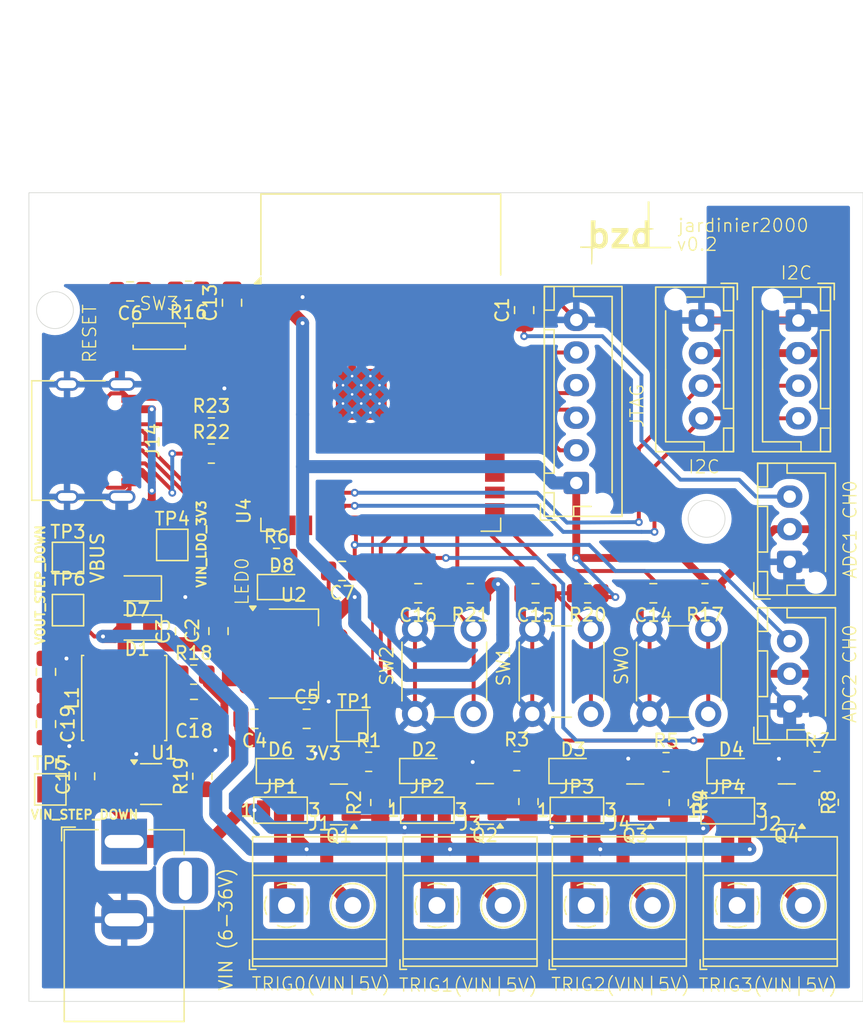
<source format=kicad_pcb>
(kicad_pcb (version 20240108) (generator "pcbnew") (generator_version "8.0")
  (layers (0 "F.Cu" signal) (31 "B.Cu" signal) (34 "B.Paste" user) (35 "F.Paste" user) (36 "B.SilkS" user "B.Silkscreen") (37 "F.SilkS" user "F.Silkscreen") (38 "B.Mask" user) (39 "F.Mask" user) (44 "Edge.Cuts" user))
  (net 0 "")
  (net 1 "GND")
  (net 2 "Net-(D1-K)")
  (net 3 "3V3")
  (net 4 "Net-(U1-CB)")
  (net 5 "/MOSFET 3A1/V-")
  (net 6 "/MOSFET 3A2/V-")
  (net 7 "/MOSFET 3A3/V-")
  (net 8 "/MOSFET 3A/V-")
  (net 9 "/SDA")
  (net 10 "/SCL")
  (net 11 "Net-(Q1-G)")
  (net 12 "Net-(Q2-G)")
  (net 13 "Net-(Q3-G)")
  (net 14 "Net-(Q4-G)")
  (net 15 "VIN")
  (net 16 "Net-(U1-SW)")
  (net 17 "Net-(D8-A)")
  (net 18 "VBUS_5V")
  (net 19 "/USB_P")
  (net 20 "/USB_N")
  (net 24 "Net-(U1-FB)")
  (net 25 "/RESET")
  (net 29 "/SW0")
  (net 30 "/SW1")
  (net 33 "/SW2")
  (net 37 "/MOSFET 3A1/V+")
  (net 40 "Net-(J14-CC2)")
  (net 41 "Net-(J14-CC1)")
  (net 44 "/MOSFET 3A2/V+")
  (net 45 "/MOSFET 3A3/V+")
  (net 46 "/MOSFET 3A/V+")
  (net 47 "/LED0")
  (net 48 "/ADC1_CH0")
  (net 49 "/ADC2_CH0")
  (net 50 "VCC_5V")
  (net 51 "/TCK")
  (net 52 "/TMS")
  (net 53 "/TDO")
  (net 54 "/TDI")
  (net 55 "/TRIG0")
  (net 56 "/TRIG1")
  (net 57 "/TRIG2")
  (net 58 "/TRIG3")
  (footprint "Diode_SMD:D_0805_2012Metric_Pad1.15x1.40mm_HandSolder" (layer "F.Cu") (at 116.310754 96.335754)
    (property "Reference" "D6")
    (property "Value" "D_Schottky")
  )
  (footprint "Resistor_SMD:R_0805_2012Metric_Pad1.20x1.40mm_HandSolder" (layer "F.Cu") (at 123.071357 95.629916)
    (property "Reference" "R1")
    (property "Value" "10K")
  )
  (footprint "Capacitor_SMD:C_0805_2012Metric_Pad1.18x1.45mm_HandSolder" (layer "F.Cu") (at 118.310754 92.335754)
    (property "Reference" "C5")
    (property "Value" "0.1u")
  )
  (footprint "TerminalBlock_Phoenix:TerminalBlock_Phoenix_MKDS-1,5-2-5.08_1x02_P5.08mm_Horizontal" (layer "F.Cu") (at 128.310754 106.640754)
    (property "Reference" "J3")
    (property "Value" "~")
  )
  (footprint "Resistor_SMD:R_0805_2012Metric_Pad1.20x1.40mm_HandSolder" (layer "F.Cu") (at 139.873865 82.705838 180)
    (property "Reference" "R20")
    (property "Value" "10K")
  )
  (footprint "Jumper:SolderJumper-3_P1.3mm_Open_Pad1.0x1.5mm_NumberLabels" (layer "F.Cu") (at 127.574698 99.33682)
    (property "Reference" "JP2")
    (property "Value" "SolderJumper_3_Open")
  )
  (footprint "Package_TO_SOT_SMD:SOT-23" (layer "F.Cu") (at 155.154881 98.883413 180)
    (property "Reference" "Q4")
    (property "Value" "AO3400A")
  )
  (footprint "TerminalBlock_Phoenix:TerminalBlock_Phoenix_MKDS-1,5-2-5.08_1x02_P5.08mm_Horizontal" (layer "F.Cu") (at 151.346217 106.640753)
    (property "Reference" "J2")
    (property "Value" "~")
  )
  (footprint "Button_Switch_THT:SW_PUSH_6mm" (layer "F.Cu") (at 135.623865 91.955838 90)
    (property "Reference" "SW5" (hide yes))
    (property "Value" "SW_Push" (hide yes))
  )
  (footprint "Button_Switch_THT:SW_PUSH_6mm" (layer "F.Cu") (at 126.623865 91.955838 90)
    (property "Reference" "SW6" (hide yes))
    (property "Value" "SW_Push" (hide yes))
  )
  (footprint "Connector_JST:JST_XH_B4B-XH-AM_1x04_P2.50mm_Vertical" (layer "F.Cu") (at 156.044465 61.796012 -90)
    (property "Reference" "J11" (hide yes))
    (property "Value" "I2C" (hide yes))
  )
  (footprint "Resistor_SMD:R_0805_2012Metric_Pad1.20x1.40mm_HandSolder" (layer "F.Cu") (at 157.475388 95.615704)
    (property "Reference" "R7")
    (property "Value" "10K")
  )
  (footprint "Capacitor_SMD:C_0805_2012Metric_Pad1.18x1.45mm_HandSolder" (layer "F.Cu") (at 109.66655 91.57914 180)
    (property "Reference" "C18")
    (property "Value" "0.1u")
  )
  (footprint "Capacitor_SMD:C_0805_2012Metric_Pad1.18x1.45mm_HandSolder" (layer "F.Cu") (at 108.983752 85.626745 90)
    (property "Reference" "C3")
    (property "Value" "10u")
  )
  (footprint "Diode_SMD:D_0805_2012Metric_Pad1.15x1.40mm_HandSolder" (layer "F.Cu") (at 127.310754 96.335754)
    (property "Reference" "D2")
    (property "Value" "D_Schottky")
  )
  (footprint "Resistor_SMD:R_0805_2012Metric_Pad1.20x1.40mm_HandSolder" (layer "F.Cu") (at 158.3699 98.73737 -90)
    (property "Reference" "R8")
    (property "Value" "100")
  )
  (footprint "Capacitor_SMD:C_0805_2012Metric_Pad1.18x1.45mm_HandSolder" (layer "F.Cu") (at 111.54709 85.608565 90)
    (property "Reference" "C2")
    (property "Value" "0.1u")
  )
  (footprint "Capacitor_SMD:C_0805_2012Metric_Pad1.18x1.45mm_HandSolder" (layer "F.Cu") (at 144.911365 82.705838 180)
    (property "Reference" "C14")
    (property "Value" "0.1u")
  )
  (footprint "Diode_SMD:D_0805_2012Metric_Pad1.15x1.40mm_HandSolder" (layer "F.Cu") (at 105.310754 85.335754 180)
    (property "Reference" "D1")
    (property "Value" "D_Schottky")
  )
  (footprint "bzd:push_button_6x3" (layer "F.Cu") (at 107 63)
    (property "Reference" "SW3")
    (property "Value" "RESET")
  )
  (footprint "TerminalBlock_Phoenix:TerminalBlock_Phoenix_MKDS-1,5-2-5.08_1x02_P5.08mm_Horizontal" (layer "F.Cu") (at 139.765754 106.640754)
    (property "Reference" "J4")
    (property "Value" "~")
  )
  (footprint "Resistor_SMD:R_0805_2012Metric_Pad1.20x1.40mm_HandSolder" (layer "F.Cu") (at 148.873865 82.705838 180)
    (property "Reference" "R17")
    (property "Value" "10K")
  )
  (footprint "Package_TO_SOT_SMD:SOT-23-6" (layer "F.Cu") (at 106.374739 97.334951)
    (property "Reference" "U1")
    (property "Value" "LMR51430YDDCR")
  )
  (footprint "Resistor_SMD:R_0805_2012Metric_Pad1.20x1.40mm_HandSolder" (layer "F.Cu") (at 123.965869 98.751582 -90)
    (property "Reference" "R2")
    (property "Value" "100")
  )
  (footprint "Resistor_SMD:R_0805_2012Metric_Pad1.20x1.40mm_HandSolder" (layer "F.Cu") (at 130.873865 82.705838 180)
    (property "Reference" "R21")
    (property "Value" "10K")
  )
  (footprint "Jumper:SolderJumper-3_P1.3mm_Open_Pad1.0x1.5mm_NumberLabels" (layer "F.Cu") (at 116.310754 99.335754)
    (property "Reference" "JP1")
    (property "Value" "SolderJumper_3_Open")
  )
  (footprint "Capacitor_SMD:C_0805_2012Metric_Pad1.18x1.45mm_HandSolder" (layer "F.Cu") (at 135 61 90)
    (property "Reference" "C1")
    (property "Value" "0.1u")
  )
  (footprint "Resistor_SMD:R_0805_2012Metric_Pad1.20x1.40mm_HandSolder" (layer "F.Cu") (at 111 70)
    (property "Reference" "R23")
    (property "Value" "5.1K")
  )
  (footprint "RF_Module:ESP32-S3-WROOM-1" (layer "F.Cu") (at 124 65)
    (property "Reference" "U4")
    (property "Value" "ESP32-S3-WROOM-1")
  )
  (footprint "Capacitor_SMD:C_0805_2012Metric_Pad1.18x1.45mm_HandSolder" (layer "F.Cu") (at 114.310754 92.335754 180)
    (property "Reference" "C4")
    (property "Value" "10u")
  )
  (footprint "Capacitor_SMD:C_0805_2012Metric_Pad1.18x1.45mm_HandSolder" (layer "F.Cu") (at 98.310754 88.735754 90)
    (property "Reference" "C20" (hide yes))
    (property "Value" "10u")
  )
  (footprint "TestPoint:TestPoint_Pad_2.0x2.0mm" (layer "F.Cu") (at 98.643049 97.743049)
    (property "Reference" "TP5")
    (property "Value" "VIN_STEP_DOWN")
  )
  (footprint "Diode_SMD:D_0805_2012Metric_Pad1.15x1.40mm_HandSolder" (layer "F.Cu") (at 138.765754 96.335754)
    (property "Reference" "D3")
    (property "Value" "D_Schottky")
  )
  (footprint "Connector_USB:USB_C_Receptacle_G-Switch_GT-USB-7010ASV" (layer "F.Cu") (at 101 71 -90)
    (property "Reference" "J14")
    (property "Value" "USB_C_Receptacle_USB2.0_16P")
  )
  (footprint "Connector_JST:JST_XH_B6B-XH-AM_1x06_P2.50mm_Vertical" (layer "F.Cu") (at 139 74.25 90)
    (property "Reference" "J9" (hide yes))
    (property "Value" "JTAG" (hide yes))
  )
  (footprint "LED_SMD:LED_0805_2012Metric_Pad1.15x1.40mm_HandSolder" (layer "F.Cu") (at 116.39605 82.232056)
    (property "Reference" "D8")
    (property "Value" "LED")
  )
  (footprint "Package_TO_SOT_SMD:SOT-223-3_TabPin2" (layer "F.Cu") (at 117.310754 87.335754)
    (property "Reference" "U2")
    (property "Value" "NCP1117-3.3_SOT223")
  )
  (footprint "Capacitor_SMD:C_0805_2012Metric_Pad1.18x1.45mm_HandSolder" (layer "F.Cu") (at 101.310754 96.735754 90)
    (property "Reference" "C17")
    (property "Value" "2.2u")
  )
  (footprint "Resistor_SMD:R_0805_2012Metric_Pad1.20x1.40mm_HandSolder" (layer "F.Cu") (at 111 72)
    (property "Reference" "R22")
    (property "Value" "5.1K")
  )
  (footprint "Diode_SMD:D_0805_2012Metric_Pad1.15x1.40mm_HandSolder" (layer "F.Cu") (at 105.310754 82.335754 180)
    (property "Reference" "D7")
    (property "Value" "D_Schottky")
  )
  (footprint "Resistor_SMD:R_0805_2012Metric_Pad1.20x1.40mm_HandSolder" (layer "F.Cu") (at 134.436858 95.575544)
    (property "Reference" "R3")
    (property "Value" "10K")
  )
  (footprint "Resistor_SMD:R_0805_2012Metric_Pad1.20x1.40mm_HandSolder" (layer "F.Cu") (at 135.33064 98.677494 -90)
    (property "Reference" "R4")
    (property "Value" "100")
  )
  (footprint "Jumper:SolderJumper-3_P1.3mm_Open_Pad1.0x1.5mm_NumberLabels" (layer "F.Cu") (at 139.050537 99.351145)
    (property "Reference" "JP3")
    (property "Value" "SolderJumper_3_Open")
  )
  (footprint "Jumper:SolderJumper-3_P1.3mm_Open_Pad1.0x1.5mm_NumberLabels" (layer "F.Cu") (at 150.621431 99.386474)
    (property "Reference" "JP4")
    (property "Value" "SolderJumper_3_Open")
  )
  (footprint "Connector_JST:JST_XH_B3B-XH-AM_1x03_P2.50mm_Vertical" (layer "F.Cu") (at 155.37495 80.295607 90)
    (property "Reference" "J5" (hide yes))
    (property "Value" "ADC1_CH0" (hide yes))
  )
  (footprint "Package_TO_SOT_SMD:SOT-23" (layer "F.Cu") (at 143.524897 98.888862 180)
    (property "Reference" "Q3")
    (property "Value" "AO3400A")
  )
  (footprint "Resistor_SMD:R_0805_2012Metric_Pad1.20x1.40mm_HandSolder" (layer "F.Cu") (at 116 80)
    (property "Reference" "R6")
    (property "Value" "1k")
  )
  (footprint "Capacitor_SMD:C_0805_2012Metric_Pad1.18x1.45mm_HandSolder" (layer "F.Cu") (at 104.769452 59.565374 180)
    (property "Reference" "C6")
    (property "Value" "0.1u")
  )
  (footprint "TestPoint:TestPoint_Pad_2.0x2.0mm" (layer "F.Cu") (at 100 84)
    (property "Reference" "TP6")
    (property "Value" "VOUT_STEP_DOWN")
  )
  (footprint "Package_TO_SOT_SMD:SOT-23" (layer "F.Cu") (at 131.9921 98.861508 180)
    (property "Reference" "Q2")
    (property "Value" "AO3400A")
  )
  (footprint "Connector_JST:JST_XH_B3B-XH-AM_1x03_P2.50mm_Vertical" (layer "F.Cu") (at 155.37495 91.378652 90)
    (property "Reference" "J6" (hide yes))
    (property "Value" "ADC2_CH0" (hide yes))
  )
  (footprint "Resistor_SMD:R_0805_2012Metric_Pad1.20x1.40mm_HandSolder" (layer "F.Cu") (at 109.644418 88.945504)
    (property "Reference" "R18")
    (property "Value" "100k")
  )
  (footprint "Capacitor_SMD:C_0805_2012Metric_Pad1.18x1.45mm_HandSolder" (layer "F.Cu") (at 112.586171 60.434538 90)
    (property "Reference" "C13")
    (property "Value" "0.1u")
  )
  (footprint "Button_Switch_THT:SW_PUSH_6mm" (layer "F.Cu") (at 144.623865 91.955838 90)
    (property "Reference" "SW4" (hide yes))
    (property "Value" "SW_Push" (hide yes))
  )
  (footprint "Resistor_SMD:R_0805_2012Metric_Pad1.20x1.40mm_HandSolder" (layer "F.Cu") (at 146.863436 98.757424 -90)
    (property "Reference" "R9")
    (property "Value" "100")
  )
  (footprint "Resistor_SMD:R_0805_2012Metric_Pad1.20x1.40mm_HandSolder" (layer "F.Cu") (at 109.246022 59.513016 180)
    (property "Reference" "R16")
    (property "Value" "10K")
  )
  (footprint "TestPoint:TestPoint_Pad_2.0x2.0mm" (layer "F.Cu") (at 121.806236 92.865086)
    (property "Reference" "TP1")
    (property "Value" "3V3")
  )
  (footprint "Capacitor_SMD:C_0805_2012Metric_Pad1.18x1.45mm_HandSolder" (layer "F.Cu") (at 98.310754 92.735754 -90)
    (property "Reference" "C19")
    (property "Value" "10u")
  )
  (footprint "Inductor_SMD:L_Cenker_CKCS6028" (layer "F.Cu") (at 104.310754 90.735754 90)
    (property "Reference" "L1")
    (property "Value" "3.3uH & 3A")
  )
  (footprint "TestPoint:TestPoint_Pad_2.0x2.0mm" (layer "F.Cu") (at 100 80)
    (property "Reference" "TP3")
    (property "Value" "VBUS")
  )
  (footprint "Connector_JST:JST_XH_B4B-XH-AM_1x04_P2.50mm_Vertical" (layer "F.Cu") (at 148.607516 61.796012 -90)
    (property "Reference" "J7" (hide yes))
    (property "Value" "I2C" (hide yes))
  )
  (footprint "Capacitor_SMD:C_0805_2012Metric_Pad1.18x1.45mm_HandSolder" (layer "F.Cu") (at 121.0375 81 180)
    (property "Reference" "C7")
    (property "Value" "0.1u")
  )
  (footprint "Capacitor_SMD:C_0805_2012Metric_Pad1.18x1.45mm_HandSolder" (layer "F.Cu") (at 126.873865 82.705838 180)
    (property "Reference" "C16")
    (property "Value" "0.1u")
  )
  (footprint "Package_TO_SOT_SMD:SOT-23" (layer "F.Cu") (at 120.789437 98.897625 180)
    (property "Reference" "Q1")
    (property "Value" "AO3400A")
  )
  (footprint "TestPoint:TestPoint_Pad_2.0x2.0mm" (layer "F.Cu") (at 108 79)
    (property "Reference" "TP4")
    (property "Value" "VIN_LDO_3V3")
  )
  (footprint "Capacitor_SMD:C_0805_2012Metric_Pad1.18x1.45mm_HandSolder" (layer "F.Cu") (at 135.873865 82.705838 180)
    (property "Reference" "C15")
    (property "Value" "0.1u")
  )
  (footprint "Resistor_SMD:R_0805_2012Metric_Pad1.20x1.40mm_HandSolder" (layer "F.Cu") (at 110.310754 96.735754 90)
    (property "Reference" "R19")
    (property "Value" "13.7k")
  )
  (footprint "Resistor_SMD:R_0805_2012Metric_Pad1.20x1.40mm_HandSolder" (layer "F.Cu") (at 145.890791 95.655474)
    (property "Reference" "R5")
    (property "Value" "10K")
  )
  (footprint "Connector_BarrelJack:BarrelJack_Horizontal" (layer "F.Cu") (at 104.310754 101.735754 90)
    (property "Reference" "J12" (hide yes))
    (property "Value" "Barrel_Jack_Switch" (hide yes))
  )
  (footprint "LOGO" (layer "F.Cu") (at 142.379639 55.45056)
    (property "Reference" "G***" (hide yes))
    (property "Value" "LOGO" (hide yes))
  )
  (footprint "TerminalBlock_Phoenix:TerminalBlock_Phoenix_MKDS-1,5-2-5.08_1x02_P5.08mm_Horizontal" (layer "F.Cu") (at 116.765754 106.640754)
    (property "Reference" "J1")
    (property "Value" "~")
  )
  (footprint "Diode_SMD:D_0805_2012Metric_Pad1.15x1.40mm_HandSolder" (layer "F.Cu") (at 150.891217 96.335753)
    (property "Reference" "D4")
    (property "Value" "D_Schottky")
  )
  (gr_rect (start 97 52) (end 161 114) (stroke (width 0.05)) (fill none) (layer "Edge.Cuts"))
  (gr_circle (center 149 77) (end 148 76) (stroke (width 0.05)) (fill none) (layer "Edge.Cuts"))
  (gr_circle (center 99 61) (end 98 60) (stroke (width 0.05)) (fill none) (layer "Edge.Cuts"))
  (gr_text "v0.2" (at 146.630546 56.542449 0) (layer "F.SilkS") (effects (font (size 1 1) (thickness 0.1)) (justify left bottom)))
  (gr_text "VIN (6-36V)" (at 112.700032 113.263232 90) (layer "F.SilkS") (effects (font (size 1 1) (thickness 0.125)) (justify left bottom)))
  (gr_text "TRIG1(VIN|5V)" (at 125.310754 113.335754 0) (layer "F.SilkS") (effects (font (size 1 1) (thickness 0.1)) (justify left bottom)))
  (gr_text "TRIG2(VIN|5V)" (at 137.001029 113.287875 0) (layer "F.SilkS") (effects (font (size 1 1) (thickness 0.1)) (justify left bottom)))
  (gr_text "SW2" (at 125.04309 89.876011 90) (layer "F.SilkS") (effects (font (size 1 1) (thickness 0.125)) (justify left bottom)))
  (gr_text "SW1" (at 134 89.921248 90) (layer "F.SilkS") (effects (font (size 1 1) (thickness 0.125)) (justify left bottom)))
  (gr_text "RESET" (at 102.245544 65.118925 90) (layer "F.SilkS") (effects (font (size 1 1) (thickness 0.1)) (justify left bottom)))
  (gr_text "JTAG" (at 144.241588 70.091889 90) (layer "F.SilkS") (effects (font (size 1 1) (thickness 0.1)) (justify left bottom)))
  (gr_text "TRIG3(VIN|5V)" (at 148.310754 113.335754 0) (layer "F.SilkS") (effects (font (size 1 1) (thickness 0.1)) (justify left bottom)))
  (gr_text "SW0" (at 143.047383 89.830774 90) (layer "F.SilkS") (effects (font (size 1 1) (thickness 0.125)) (justify left bottom)))
  (gr_text "ADC2 CH0" (at 160.570589 92.732112 90) (layer "F.SilkS") (effects (font (size 1 1) (thickness 0.1)) (justify left bottom)))
  (gr_text "LED0" (at 113.940754 83.695754 90) (layer "F.SilkS") (effects (font (size 1 1) (thickness 0.1)) (justify left bottom)))
  (gr_text "I2C" (at 154.604485 58.731321 0) (layer "F.SilkS") (effects (font (size 1 1) (thickness 0.1)) (justify left bottom)))
  (gr_text "jardinier2000" (at 146.727095 55.094218 0) (layer "F.SilkS") (effects (font (size 1 1) (thickness 0.1)) (justify left bottom)))
  (gr_text "I2C" (at 147.524245 73.599826 0) (layer "F.SilkS") (effects (font (size 1 1) (thickness 0.1)) (justify left bottom)))
  (gr_text "TRIG0(VIN|5V)" (at 114.020675 113.242638 0) (layer "F.SilkS") (effects (font (size 1 1) (thickness 0.1)) (justify left bottom)))
  (gr_text "ADC1 CH0" (at 160.591612 81.668851 90) (layer "F.SilkS") (effects (font (size 1 1) (thickness 0.1)) (justify left bottom)))
  (segment (start 143.873865 84.705838) (end 144.623865 85.455838) (width 0.6) (layer "F.Cu") (net 1))
  (segment (start 148.561504 61.75) (end 148.607516 61.796012) (width 0.3) (layer "F.Cu") (net 1))
  (segment (start 110.310754 95.735754) (end 111.310754 94.735754) (width 1) (layer "F.Cu") (net 1))
  (segment (start 104.125 66.68) (end 104.125 67.2) (width 0.3) (layer "F.Cu") (net 1))
  (segment (start 99.385754 93.773254) (end 100.038414 94.425914) (width 1) (layer "F.Cu") (net 1))
  (segment (start 112 70) (end 112 72) (width 0.3) (layer "F.Cu") (net 1))
  (segment (start 113.273254 92.335754) (end 113.273254 93.060754) (width 1) (layer "F.Cu") (net 1))
  (segment (start 134.7775 59.74) (end 135 59.9625) (width 0.3) (layer "F.Cu") (net 1))
  (segment (start 121.8 66.06) (end 121.8 63.8) (width 0.6) (layer "F.Cu") (net 1))
  (segment (start 104.125 75.32) (end 99.925 75.32) (width 0.3) (layer "F.Cu") (net 1))
  (segment (start 104.725 67.8) (end 109.8 67.8) (width 0.3) (layer "F.Cu") (net 1))
  (segment (start 154.764196 95.615704) (end 154.548212 95.39972) (width 1) (layer "F.Cu") (net 1))
  (segment (start 156.475388 95.615704) (end 154.764196 95.615704) (width 1) (layer "F.Cu") (net 1))
  (segment (start 120 81) (end 120 83) (width 0.3) (layer "F.Cu") (net 1))
  (segment (start 142.986611 95.363826) (end 143.008427 95.385642) (width 1) (layer "F.Cu") (net 1))
  (segment (start 100.100008 94.425914) (end 100.100008 94.487508) (width 1) (layer "F.Cu") (net 1))
  (segment (start 122.071357 97.603205) (end 121.726937 97.947625) (width 1) (layer "F.Cu") (net 1))
  (segment (start 103.07 74.615) (end 104.31 74.615) (width 0.3) (layer "F.Cu") (net 1))
  (segment (start 100.038414 94.425914) (end 100.100008 94.425914) (width 1) (layer "F.Cu") (net 1))
  (segment (start 143.873865 82.705838) (end 143.873865 84.705838) (width 0.6) (layer "F.Cu") (net 1))
  (segment (start 132.9296 96.082802) (end 133.436858 95.575544) (width 1) (layer "F.Cu") (net 1))
  (segment (start 103.731952 62.985235) (end 103.755704 63.008987) (width 0.3) (layer "F.Cu") (net 1))
  (segment (start 112.929133 59.74) (end 112.586171 59.397038) (width 0.3) (layer "F.Cu") (net 1))
  (segment (start 105.237239 95.034669) (end 105.240272 95.031636) (width 0.6) (layer "F.Cu") (net 1))
  (segment (start 108.983752 84.589245) (end 111.52891 84.589245) (width 1) (layer "F.Cu") (net 1))
  (segment (start 132.75 59.74) (end 134.7775 59.74) (width 0.3) (layer "F.Cu") (net 1))
  (segment (start 104.125 67.2) (end 104.725 67.8) (width 0.3) (layer "F.Cu") (net 1))
  (segment (start 143.706653 96.083868) (end 143.008427 95.385642) (width 1) (layer "F.Cu") (net 1))
  (segment (start 103.304695 67.385) (end 102.88 67.809695) (width 0.3) (layer "F.Cu") (net 1))
  (segment (start 156.092381 95.998711) (end 156.475388 95.615704) (width 1) (layer "F.Cu") (net 1))
  (segment (start 99.871355 87.698254) (end 99.882178 87.709077) (width 1) (layer "F.Cu") (net 1))
  (segment (start 99.893001 87.698254) (end 99.914817 87.698254) (width 1) (layer "F.Cu") (net 1))
  (segment (start 130.26 59.74) (end 132.75 59.74) (width 0.6) (layer "F.Cu") (net 1))
  (segment (start 144.462397 96.083868) (end 144.890791 95.655474) (width 1) (layer "F.Cu") (net 1))
  (segment (start 134.836365 84.668338) (end 135.623865 85.455838) (width 0.6) (layer "F.Cu") (net 1))
  (segment (start 123.9 66.1) (end 130.26 59.74) (width 0.6) (layer "F.Cu") (net 1))
  (segment (start 142.986611 95.385642) (end 142.986611 95.363826) (width 1) (layer "F.Cu") (net 1))
  (segment (start 135.623865 85.455838) (end 135.623865 91.955838) (width 0.3) (layer "F.Cu") (net 1))
  (segment (start 114.2125 94) (end 118.975 94) (width 1) (layer "F.Cu") (net 1))
  (segment (start 102.88 74.425) (end 103.07 74.615) (width 0.3) (layer "F.Cu") (net 1))
  (segment (start 125.836365 84.668338) (end 126.623865 85.455838) (width 0.6) (layer "F.Cu") (net 1))
  (segment (start 131.12534 95.575544) (end 131.053454 95.64743) (width 1) (layer "F.Cu") (net 1))
  (segment (start 109.8 67.8) (end 112 70) (width 0.3) (layer "F.Cu") (net 1))
  (segment (start 139 61.75) (end 148.561504 61.75) (width 0.3) (layer "F.Cu") (net 1))
  (segment (start 112 70) (end 112 67) (width 0.3) (layer "F.Cu") (net 1))
  (segment (start 115.25 59.74) (end 112.929133 59.74) (width 0.3) (layer "F.Cu") (net 1))
  (segment (start 120 83) (end 117.964246 85.035754) (width 0.3) (layer "F.Cu") (net 1))
  (segment (start 104.31 74.615) (end 104.725 74.2) (width 0.3) (layer "F.Cu") (net 1))
  (segment (start 105.237239 96.384951) (end 105.237239 95.034669) (width 0.6) (layer "F.Cu") (net 1))
  (segment (start 143.008427 95.385642) (end 142.986611 95.385642) (width 1) (layer "F.Cu") (net 1))
  (segment (start 113.696065 84.571065) (end 114.160754 85.035754) (width 1) (layer "F.Cu") (net 1))
  (segment (start 108.983752 83.016248) (end 109 83) (width 1) (layer "F.Cu") (net 1))
  (segment (start 122.071357 95.629916) (end 122.071357 97.603205) (width 1) (layer "F.Cu") (net 1))
  (segment (start 111.54709 84.571065) (end 113.696065 84.571065) (width 1) (layer "F.Cu") (net 1))
  (segment (start 121.8 63.8) (end 118 60) (width 0.6) (layer "F.Cu") (net 1))
  (segment (start 117.964246 85.035754) (end 114.160754 85.035754) (width 0.3) (layer "F.Cu") (net 1))
  (segment (start 137.2125 59.9625) (end 139 61.75) (width 0.3) (layer "F.Cu") (net 1))
  (segment (start 103.755704 63.008987) (end 103.755704 66.310704) (width 0.3) (layer "F.Cu") (net 1))
  (segment (start 98.310754 93.773254) (end 99.385754 93.773254) (width 1) (layer "F.Cu") (net 1))
  (segment (start 113.273254 93.060754) (end 114.2125 94) (width 1) (layer "F.Cu") (net 1))
  (segment (start 104.725 74.2) (end 104.725 74.72) (width 0.3) (layer "F.Cu") (net 1))
  (segment (start 118 60) (end 117.74 59.74) (width 0.6) (layer "F.Cu") (net 1))
  (segment (start 156.044465 61.796012) (end 148.607516 61.796012) (width 0.6) (layer "F.Cu") (net 1))
  (segment (start 120.604916 95.629916) (end 122.071357 95.629916) (width 1) (layer "F.Cu") (net 1))
  (segment (start 156.092381 97.933413) (end 156.092381 95.998711) (width 1) (layer "F.Cu") (net 1))
  (segment (start 103.755704 66.310704) (end 104.125 66.68) (width 0.3) (layer "F.Cu") (net 1))
  (segment (start 133.436858 95.575544) (end 131.12534 95.575544) (width 1) (layer "F.Cu") (net 1))
  (segment (start 118.975 94) (end 119.348254 94.373254) (width 1) (layer "F.Cu") (net 1))
  (segment (start 119.348254 92.335754) (end 119.348254 91.651746) (width 1) (layer "F.Cu") (net 1))
  (segment (start 144.462397 96.083868) (end 143.706653 96.083868) (width 1) (layer "F.Cu") (net 1))
  (segment (start 119.348254 92.335754) (end 119.348254 94.373254) (width 1) (layer "F.Cu") (net 1))
  (segment (start 119.348254 94.373254) (end 120.604916 95.629916) (width 1) (layer "F.Cu") (net 1))
  (segment (start 103.731952 59.565374) (end 103.731952 62.985235) (width 0.3) (layer "F.Cu") (net 1))
  (segment (start 99.914817 87.698254) (end 99.925809 87.687262) (width 1) (layer "F.Cu") (net 1))
  (segment (start 135 59.9625) (end 137.2125 59.9625) (width 0.3) (layer "F.Cu") (net 1))
  (segment (start 100.100008 94.487508) (end 101.310754 95.698254) (width 1) (layer "F.Cu") (net 1))
  (segment (start 104.31 67.385) (end 103.304695 67.385) (width 0.3) (layer "F.Cu") (net 1))
  (segment (start 125.836365 82.705838) (end 125.836365 84.668338) (width 0.6) (layer "F.Cu") (net 1))
  (segment (start 119 94.721508) (end 119.348254 94.373254) (width 1) (layer "F.Cu") (net 1))
  (segment (start 115.37105 82.232056) (end 113.696065 83.907041) (width 0.3) (layer "F.Cu") (net 1))
  (segment (start 108.983752 84.589245) (end 108.983752 83.016248) (width 1) (layer "F.Cu") (net 1))
  (segment (start 119 95) (end 119 94.721508) (width 1) (layer "F.Cu") (net 1))
  (segment (start 102.88 67.809695) (end 102.88 74.425) (width 0.3) (layer "F.Cu") (net 1))
  (segment (start 117.74 59.74) (end 115.25 59.74) (width 0.6) (layer "F.Cu") (net 1))
  (segment (start 134.836365 82.705838) (end 134.836365 84.668338) (width 0.6) (layer "F.Cu") (net 1))
  (segment (start 113.696065 83.907041) (end 113.696065 84.571065) (width 0.3) (layer "F.Cu") (net 1))
  (segment (start 104.725 67.8) (end 104.31 67.385) (width 0.3) (layer "F.Cu") (net 1))
  (segment (start 111.52891 84.589245) (end 111.54709 84.571065) (width 1) (layer "F.Cu") (net 1))
  (segment (start 144.623865 85.455838) (end 144.623865 91.955838) (width 0.3) (layer "F.Cu") (net 1))
  (segment (start 99.925 66.68) (end 104.125 66.68) (width 0.3) (layer "F.Cu") (net 1))
  (segment (start 132.9296 97.911508) (end 132.9296 96.082802) (width 1) (layer "F.Cu") (net 1))
  (segment (start 119.348254 91.651746) (end 120 91) (width 1) (layer "F.Cu") (net 1))
  (segment (start 104.725 74.72) (end 104.125 75.32) (width 0.3) (layer "F.Cu") (net 1))
  (segment (start 144.462397 97.938862) (end 144.462397 96.083868) (width 1) (layer "F.Cu") (net 1))
  (segment (start 126.623865 85.455838) (end 126.623865 91.955838) (width 0.3) (layer "F.Cu") (net 1))
  (segment (start 98.310754 87.698254) (end 99.871355 87.698254) (width 1) (layer "F.Cu") (net 1))
  (segment (start 123.9 66.76) (end 123.9 66.1) (width 0.6) (layer "F.Cu") (net 1))
  (segment (start 99.882178 87.709077) (end 99.893001 87.698254) (width 1) (layer "F.Cu") (net 1))
  (via (at 99.882178 87.709077) (size 0.6) (drill 0.3) (layers "F.Cu" "B.Cu") (net 1))
  (via (at 120 91) (size 0.6) (drill 0.3) (layers "F.Cu" "B.Cu") (net 1))
  (via (at 109 83) (size 0.6) (drill 0.3) (layers "F.Cu" "B.Cu") (net 1))
  (via (at 119 95) (size 0.6) (drill 0.3) (layers "F.Cu" "B.Cu") (net 1))
  (via (at 131.053454 95.64743) (size 0.6) (drill 0.3) (layers "F.Cu" "B.Cu") (net 1))
  (via (at 154.548212 95.39972) (size 0.6) (drill 0.3) (layers "F.Cu" "B.Cu") (net 1))
  (via (at 100.100008 94.425914) (size 0.6) (drill 0.3) (layers "F.Cu" "B.Cu") (net 1))
  (via (at 111.310754 94.735754) (size 0.6) (drill 0.3) (layers "F.Cu" "B.Cu") (net 1))
  (via (at 118 60) (size 0.6) (drill 0.3) (layers "F.Cu" "B.Cu") (net 1))
  (via (at 142.986611 95.385642) (size 0.6) (drill 0.3) (layers "F.Cu" "B.Cu") (net 1))
  (via (at 105.240272 95.031636) (size 0.6) (drill 0.3) (layers "F.Cu" "B.Cu") (net 1))
  (via (at 112 67) (size 0.6) (drill 0.3) (layers "F.Cu" "B.Cu") (net 1))
  (segment (start 126.623865 91.955838) (end 125.668027 91) (width 1) (layer "B.Cu") (net 1))
  (segment (start 125.668027 91) (end 125 91) (width 1) (layer "B.Cu") (net 1))
  (segment (start 112 83) (end 109 83) (width 1) (layer "B.Cu") (net 1))
  (segment (start 132.225371 96.906609) (end 131.053454 95.734692) (width 1) (layer "B.Cu") (net 1))
  (segment (start 118 60) (end 115 60) (width 0.6) (layer "B.Cu") (net 1))
  (segment (start 159 63) (end 157.796012 61.796012) (width 1) (layer "B.Cu") (net 1))
  (segment (start 100 87.591255) (end 100 85) (width 1) (layer "B.Cu") (net 1))
  (segment (start 132.225371 96.906609) (end 130.318762 95) (width 1) (layer "B.Cu") (net 1))
  (segment (start 146.579703 90) (end 153.996298 90) (width 0.3) (layer "B.Cu") (net 1))
  (segment (start 158 90) (end 158 85) (width 1) (layer "B.Cu") (net 1))
  (segment (start 115 60) (end 112 63) (width 0.6) (layer "B.Cu") (net 1))
  (segment (start 125 91) (end 121 91) (width 1) (layer "B.Cu") (net 1))
  (segment (start 100.100008 103.525008) (end 104.310754 107.735754) (width 1) (layer "B.Cu") (net 1))
  (segment (start 156.704393 80.295607) (end 159 78) (width 1) (layer "B.Cu") (net 1))
  (segment (start 131.932273 95.64743) (end 131.053454 95.64743) (width 1) (layer "B.Cu") (net 1))
  (segment (start 106 83) (end 104 81) (width 1) (layer "B.Cu") (net 1))
  (segment (start 104.125 80.875) (end 104.125 75.32) (width 1) (layer "B.Cu") (net 1))
  (segment (start 155.37495 91.378652) (end 156.621348 91.378652) (width 1) (layer "B.Cu") (net 1))
  (segment (start 157.796012 61.796012) (end 156.044465 61.796012) (width 1) (layer "B.Cu") (net 1))
  (segment (start 100.310754 94.735754) (end 104.94439 94.735754) (width 1) (layer "B.Cu") (net 1))
  (segment (start 144.623865 91.955838) (end 146.579703 90) (width 0.3) (layer "B.Cu") (net 1))
  (segment (start 153.996298 90) (end 155.37495 91.378652) (width 0.3) (layer "B.Cu") (net 1))
  (segment (start 105.240272 95.031636) (end 111.014872 95.031636) (width 0.6) (layer "B.Cu") (net 1))
  (segment (start 99.882178 87.709077) (end 100 87.591255) (width 1) (layer "B.Cu") (net 1))
  (segment (start 111.014872 95.031636) (end 111.310754 94.735754) (width 0.6) (layer "B.Cu") (net 1))
  (segment (start 154.548212 95.443352) (end 154.548212 95.39972) (width 1) (layer "B.Cu") (net 1))
  (segment (start 155.37495 94.616614) (end 155.37495 91.378652) (width 1) (layer "B.Cu") (net 1))
  (segment (start 142.986611 95.385642) (end 141.465644 96.906609) (width 1) (layer "B.Cu") (net 1))
  (segment (start 100.100008 94.525008) (end 100.310754 94.735754) (width 1) (layer "B.Cu") (net 1))
  (segment (start 100.100008 94.425914) (end 100.100008 87.926907) (width 1) (layer "B.Cu") (net 1))
  (segment (start 155.37495 80.295607) (end 156.704393 80.295607) (width 1) (layer "B.Cu") (net 1))
  (segment (start 131.053454 95.64743) (end 130.966192 95.64743) (width 1) (layer "B.Cu") (net 1))
  (segment (start 156.621348 91.378652) (end 158 90) (width 1) (layer "B.Cu") (net 1))
  (segment (start 155.37495 82.37495) (end 155.37495 80.295607) (width 1) (layer "B.Cu") (net 1))
  (segment (start 154.330056 95.661508) (end 154.548212 95.443352) (width 1) (layer "B.Cu") (net 1))
  (segment (start 141.559035 97) (end 153 97) (width 1) (layer "B.Cu") (net 1))
  (segment (start 141.465644 96.906609) (end 141.559035 97) (width 1) (layer "B.Cu") (net 1))
  (segment (start 104.94439 94.735754) (end 105.240272 95.031636) (width 1) (layer "B.Cu") (net 1))
  (segment (start 100.100008 94.425914) (end 100.100008 103.525008) (width 1) (layer "B.Cu") (net 1))
  (segment (start 135.623865 91.955838) (end 131.932273 95.64743) (width 1) (layer "B.Cu") (net 1))
  (segment (start 159 78) (end 159 63) (width 1) (layer "B.Cu") (net 1))
  (segment (start 154.548212 95.39972) (end 154.591844 95.39972) (width 1) (layer "B.Cu") (net 1))
  (segment (start 130.966192 95.64743) (end 131.031639 95.712877) (width 1) (layer "B.Cu") (net 1))
  (segment (start 154.330056 95.669944) (end 154.330056 95.661508) (width 1) (layer "B.Cu") (net 1))
  (segment (start 100.100008 87.926907) (end 99.882178 87.709077) (width 1) (layer "B.Cu") (net 1))
  (segment (start 109 83) (end 106 83) (width 1) (layer "B.Cu") (net 1))
  (segment (start 102 83) (end 109 83) (width 1) (layer "B.Cu") (net 1))
  (segment (start 131.053454 95.734692) (end 131.053454 95.64743) (width 1) (layer "B.Cu") (net 1))
  (segment (start 100 85) (end 102 83) (width 1) (layer "B.Cu") (net 1))
  (segment (start 120 91) (end 112 83) (width 1) (layer "B.Cu") (net 1))
  (segment (start 158 85) (end 155.37495 82.37495) (width 1) (layer "B.Cu") (net 1))
  (segment (start 100.100008 94.425914) (end 100.100008 94.525008) (width 1) (layer "B.Cu") (net 1))
  (segment (start 104 81) (end 104.125 80.875) (width 1) (layer "B.Cu") (net 1))
  (segment (start 112 63) (end 112 67) (width 0.6) (layer "B.Cu") (net 1))
  (segment (start 130.318762 95) (end 119 95) (width 1) (layer "B.Cu") (net 1))
  (segment (start 121 91) (end 120 91) (width 1) (layer "B.Cu") (net 1))
  (segment (start 141.465644 96.906609) (end 132.225371 96.906609) (width 1) (layer "B.Cu") (net 1))
  (segment (start 153 97) (end 154.330056 95.669944) (width 1) (layer "B.Cu") (net 1))
  (segment (start 154.591844 95.39972) (end 155.37495 94.616614) (width 1) (layer "B.Cu") (net 1))
  (segment (start 108.983752 86.664245) (end 111.52891 86.664245) (width 1) (layer "F.Cu") (net 2))
  (segment (start 107.664245 86.664245) (end 108.983752 86.664245) (width 1) (layer "F.Cu") (net 2))
  (segment (start 108 80.671508) (end 106.335754 82.335754) (width 0.3) (layer "F.Cu") (net 2))
  (segment (start 112.310754 89.335754) (end 113.860754 89.335754) (width 1) (layer "F.Cu") (net 2))
  (segment (start 106.335754 85.335754) (end 107.664245 86.664245) (width 1) (layer "F.Cu") (net 2))
  (segment (start 112.310754 87.409729) (end 112.310754 89.335754) (width 1) (layer "F.Cu") (net 2))
  (segment (start 106.335754 82.335754) (end 106.335754 85.335754) (width 1) (layer "F.Cu") (net 2))
  (segment (start 108 79) (end 108 80.671508) (width 0.3) (layer "F.Cu") (net 2))
  (segment (start 111.52891 86.664245) (end 111.54709 86.646065) (width 1) (layer "F.Cu") (net 2))
  (segment (start 111.54709 86.646065) (end 112.310754 87.409729) (width 1) (layer "F.Cu") (net 2))
  (segment (start 113.860754 89.335754) (end 114.160754 89.635754) (width 1) (layer "F.Cu") (net 2))
  (segment (start 139 74.25) (end 139 80) (width 0.6) (layer "F.Cu") (net 3))
  (segment (start 149.873865 82.705838) (end 147.168027 80) (width 0.6) (layer "F.Cu") (net 3))
  (segment (start 142 83) (end 141.168027 83) (width 0.3) (layer "F.Cu") (net 3))
  (segment (start 110.627149 59.513016) (end 112.586171 61.472038) (width 0.3) (layer "F.Cu") (net 3))
  (segment (start 159 77) (end 159 65.440647) (width 0.6) (layer "F.Cu") (net 3))
  (segment (start 147.168027 80) (end 139 80) (width 0.6) (layer "F.Cu") (net 3))
  (segment (start 110.246022 59.513016) (end 110.627149 59.513016) (width 0.3) (layer "F.Cu") (net 3))
  (segment (start 117.01 61.01) (end 115.25 61.01) (width 1) (layer "F.Cu") (net 3))
  (segment (start 154.204393 77.795607) (end 149.873865 82.126135) (width 0.6) (layer "F.Cu") (net 3))
  (segment (start 117.310754 87.335754) (end 120.460754 87.335754) (width 1) (layer "F.Cu") (net 3))
  (segment (start 141.168027 83) (end 140.873865 82.705838) (width 0.3) (layer "F.Cu") (net 3))
  (segment (start 117.273254 92.335754) (end 117.273254 87.373254) (width 1) (layer "F.Cu") (net 3))
  (segment (start 120.460754 87.335754) (end 120.460754 84.539246) (width 1) (layer "F.Cu") (net 3))
  (segment (start 114.160754 87.335754) (end 117.310754 87.335754) (width 1) (layer "F.Cu") (net 3))
  (segment (start 120.460754 84.539246) (end 122 83) (width 1) (layer "F.Cu") (net 3))
  (segment (start 121.806236 92.865086) (end 121.806236 88.681236) (width 0.3) (layer "F.Cu") (net 3))
  (segment (start 113.048209 61.01) (end 112.586171 61.472038) (width 0.3) (layer "F.Cu") (net 3))
  (segment (start 159 65.440647) (end 157.855365 64.296012) (width 0.6) (layer "F.Cu") (net 3))
  (segment (start 157.855365 64.296012) (end 156.044465 64.296012) (width 0.6) (layer "F.Cu") (net 3))
  (segment (start 115.25 61.01) (end 113.048209 61.01) (width 0.3) (layer "F.Cu") (net 3))
  (segment (start 155.37495 77.795607) (end 154.204393 77.795607) (width 0.6) (layer "F.Cu") (net 3))
  (segment (start 158 77.795607) (end 158.145781 77.795607) (width 0.6) (layer "F.Cu") (net 3))
  (segment (start 117.273254 87.373254) (end 117.310754 87.335754) (width 1) (layer "F.Cu") (net 3))
  (segment (start 132.579703 82) (end 131.873865 82.705838) (width 1) (layer "F.Cu") (net 3))
  (segment (start 159.085686 86.914314) (end 157.121348 88.878652) (width 0.6) (layer "F.Cu") (net 3))
  (segment (start 148.607516 64.296012) (end 156.044465 64.296012) (width 0.6) (layer "F.Cu") (net 3))
  (segment (start 152.878652 88.878652) (end 155.37495 88.878652) (width 0.6) (layer "F.Cu") (net 3))
  (segment (start 118 62) (end 117.01 61.01) (width 1) (layer "F.Cu") (net 3))
  (segment (start 149.873865 82.705838) (end 151 83.831973) (width 0.6) (layer "F.Cu") (net 3))
  (segment (start 121.806236 88.681236) (end 120.460754 87.335754) (width 0.3) (layer "F.Cu") (net 3))
  (segment (start 157.121348 88.878652) (end 155.37495 88.878652) (width 0.6) (layer "F.Cu") (net 3))
  (segment (start 115.348254 92.335754) (end 117.273254 92.335754) (width 1) (layer "F.Cu") (net 3))
  (segment (start 158.204393 77.795607) (end 159 77) (width 0.6) (layer "F.Cu") (net 3))
  (segment (start 149.873865 82.126135) (end 149.873865 82.705838) (width 0.3) (layer "F.Cu") (net 3))
  (segment (start 159.085686 78.735512) (end 159.085686 86.914314) (width 0.6) (layer "F.Cu") (net 3))
  (segment (start 133 82) (end 132.579703 82) (width 1) (layer "F.Cu") (net 3))
  (segment (start 151 83.831973) (end 151 87) (width 0.6) (layer "F.Cu") (net 3))
  (segment (start 158.145781 77.795607) (end 159.085686 78.735512) (width 0.6) (layer "F.Cu") (net 3))
  (segment (start 158 77.795607) (end 158.204393 77.795607) (width 0.6) (layer "F.Cu") (net 3))
  (segment (start 155.37495 77.795607) (end 158 77.795607) (width 0.6) (layer "F.Cu") (net 3))
  (segment (start 151 87) (end 152.878652 88.878652) (width 0.6) (layer "F.Cu") (net 3))
  (via (at 122 83) (size 0.6) (drill 0.3) (layers "F.Cu" "B.Cu") (net 3))
  (via (at 133 82) (size 0.6) (drill 0.3) (layers "F.Cu" "B.Cu") (net 3))
  (via (at 139 80) (size 0.6) (drill 0.3) (layers "F.Cu" "B.Cu") (net 3))
  (via (at 118 62) (size 0.6) (drill 0.3) (layers "F.Cu" "B.Cu") (net 3))
  (via (at 142 83) (size 0.6) (drill 0.3) (layers "F.Cu" "B.Cu") (net 3))
  (segment (start 125 88) (end 126 89) (width 1) (layer "B.Cu") (net 3))
  (segment (start 131 89) (end 133.36243 86.63757) (width 1) (layer "B.Cu") (net 3))
  (segment (start 126 89) (end 131 89) (width 1) (layer "B.Cu") (net 3))
  (segment (start 118 69) (end 118 62) (width 1) (layer "B.Cu") (net 3))
  (segment (start 122 83) (end 122 85) (width 1) (layer "B.Cu") (net 3))
  (segment (start 118 79) (end 118 73) (width 1) (layer "B.Cu") (net 3))
  (segment (start 133.36243 85.883882) (end 133.36243 82.36243) (width 1) (layer "B.Cu") (net 3))
  (segment (start 133.36243 82.36243) (end 133 82) (width 1) (layer "B.Cu") (net 3))
  (segment (start 122 83) (end 118 79) (width 1) (layer "B.Cu") (net 3))
  (segment (start 133.36243 86.63757) (end 133.36243 85.883882) (width 1) (layer "B.Cu") (net 3))
  (segment (start 139 80) (end 142 83) (width 0.3) (layer "B.Cu") (net 3))
  (segment (start 136 73) (end 118 73) (width 1) (layer "B.Cu") (net 3))
  (segment (start 118 73) (end 118 69) (width 1) (layer "B.Cu") (net 3))
  (segment (start 122 85) (end 125 88) (width 1) (layer "B.Cu") (net 3))
  (segment (start 139 74.25) (end 137.25 74.25) (width 1) (layer "B.Cu") (net 3))
  (segment (start 137.25 74.25) (end 136 73) (width 1) (layer "B.Cu") (net 3))
  (segment (start 110.70405 92.342458) (end 108.310754 94.735754) (width 0.6) (layer "F.Cu") (net 4))
  (segment (start 108.310754 95.586436) (end 107.512239 96.384951) (width 0.6) (layer "F.Cu") (net 4))
  (segment (start 108.310754 94.735754) (end 108.310754 95.586436) (width 0.6) (layer "F.Cu") (net 4))
  (segment (start 110.70405 91.57914) (end 110.70405 92.342458) (width 0.6) (layer "F.Cu") (net 4))
  (segment (start 129.310754 96.335754) (end 131.0546 98.0796) (width 1) (layer "F.Cu") (net 5))
  (segment (start 128.335754 96.335754) (end 129.310754 96.335754) (width 1) (layer "F.Cu") (net 5))
  (segment (start 131.0546 98.861508) (end 131.0546 104.3046) (width 1) (layer "F.Cu") (net 5))
  (segment (start 131.0546 98.0796) (end 131.0546 98.861508) (width 1) (layer "F.Cu") (net 5))
  (segment (start 131.0546 104.3046) (end 133.390754 106.640754) (width 1) (layer "F.Cu") (net 5))
  (segment (start 142.587397 98.888862) (end 142.587397 104.382397) (width 1) (layer "F.Cu") (net 6))
  (segment (start 142.587397 104.382397) (end 144.845754 106.640754) (width 1) (layer "F.Cu") (net 6))
  (segment (start 142.587397 97.612397) (end 142.587397 98.888862) (width 1) (layer "F.Cu") (net 6))
  (segment (start 139.790754 96.335754) (end 141.310754 96.335754) (width 1) (layer "F.Cu") (net 6))
  (segment (start 141.310754 96.335754) (end 142.587397 97.612397) (width 1) (layer "F.Cu") (net 6))
  (segment (start 154.217381 104.431917) (end 156.426217 106.640753) (width 1) (layer "F.Cu") (net 7))
  (segment (start 152.310753 96.335753) (end 154.217381 98.242381) (width 1) (layer "F.Cu") (net 7))
  (segment (start 151.916217 96.335753) (end 152.310753 96.335753) (width 1) (layer "F.Cu") (net 7))
  (segment (start 154.217381 98.883413) (end 154.217381 104.431917) (width 1) (layer "F.Cu") (net 7))
  (segment (start 154.217381 98.242381) (end 154.217381 98.883413) (width 1) (layer "F.Cu") (net 7))
  (segment (start 119.851937 104.646937) (end 121.845754 106.640754) (width 1) (layer "F.Cu") (net 8))
  (segment (start 119.851937 97.876937) (end 119.851937 98.897625) (width 1) (layer "F.Cu") (net 8))
  (segment (start 118.310754 96.335754) (end 119.851937 97.876937) (width 1) (layer "F.Cu") (net 8))
  (segment (start 119.851937 98.897625) (end 119.851937 104.646937) (width 1) (layer "F.Cu") (net 8))
  (segment (start 117.335754 96.335754) (end 118.310754 96.335754) (width 1) (layer "F.Cu") (net 8))
  (segment (start 148.607516 66.796012) (end 156.044465 66.796012) (width 0.3) (layer "F.Cu") (net 9))
  (segment (start 148.607516 66.796012) (end 143.800372 71.603156) (width 0.3) (layer "F.Cu") (net 9))
  (segment (start 119.555 77.5) (end 119.555 76.45) (width 0.3) (layer "F.Cu") (net 9))
  (segment (start 143.800372 71.603156) (end 143.800372 77.254399) (width 0.3) (layer "F.Cu") (net 9))
  (segment (start 119.555 76.45) (end 121.005 75) (width 0.3) (layer "F.Cu") (net 9))
  (segment (start 121.005 75) (end 122 75) (width 0.3) (layer "F.Cu") (net 9))
  (via (at 143.800372 77.254399) (size 0.6) (drill 0.3) (layers "F.Cu" "B.Cu") (net 9))
  (via (at 122 75) (size 0.6) (drill 0.3) (layers "F.Cu" "B.Cu") (net 9))
  (segment (start 143.800372 77.254399) (end 143.780447 77.287995) (width 0.3) (layer "B.Cu") (net 9))
  (segment (start 138.287995 77.287995) (end 143.800372 77.254399) (width 0.3) (layer "B.Cu") (net 9))
  (segment (start 138 77) (end 138.287995 77.287995) (width 0.3) (layer "B.Cu") (net 9))
  (segment (start 122 75) (end 136 75) (width 0.3) (layer "B.Cu") (net 9))
  (segment (start 136 75) (end 138 77) (width 0.3) (layer "B.Cu") (net 9))
  (segment (start 145 78) (end 145 73) (width 0.3) (layer "F.Cu") (net 10))
  (segment (start 145 73) (end 148.607516 69.392484) (width 0.3) (layer "F.Cu") (net 10))
  (segment (start 120.825 76.45) (end 121.275 76) (width 0.3) (layer "F.Cu") (net 10))
  (segment (start 148.607516 69.296012) (end 156.044465 69.296012) (width 0.3) (layer "F.Cu") (net 10))
  (segment (start 120.825 77.5) (end 120.825 76.45) (width 0.3) (layer "F.Cu") (net 10))
  (segment (start 148.607516 69.392484) (end 148.607516 69.296012) (width 0.3) (layer "F.Cu") (net 10))
  (segment (start 121.275 76) (end 122 76) (width 0.3) (layer "F.Cu") (net 10))
  (via (at 145 78) (size 0.6) (drill 0.3) (layers "F.Cu" "B.Cu") (net 10))
  (via (at 122 76) (size 0.6) (drill 0.3) (layers "F.Cu" "B.Cu") (net 10))
  (segment (start 138 78) (end 144 78) (width 0.3) (layer "B.Cu") (net 10))
  (segment (start 144 78) (end 145 78) (width 0.3) (layer "B.Cu") (net 10))
  (segment (start 136 76) (end 138 78) (width 0.3) (layer "B.Cu") (net 10))
  (segment (start 122 76) (end 136 76) (width 0.3) (layer "B.Cu") (net 10))
  (segment (start 121.726937 99.847625) (end 123.869826 99.847625) (width 0.3) (layer "F.Cu") (net 11))
  (segment (start 123.869826 99.847625) (end 123.965869 99.751582) (width 0.3) (layer "F.Cu") (net 11))
  (segment (start 135.196626 99.811508) (end 135.33064 99.677494) (width 0.3) (layer "F.Cu") (net 12))
  (segment (start 132.9296 99.811508) (end 135.196626 99.811508) (width 0.3) (layer "F.Cu") (net 12))
  (segment (start 146.863436 99.757424) (end 144.543835 99.757424) (width 0.3) (layer "F.Cu") (net 13))
  (segment (start 144.543835 99.757424) (end 144.462397 99.838862) (width 0.3) (layer "F.Cu") (net 13))
  (segment (start 158.273857 99.833413) (end 158.3699 99.73737) (width 0.3) (layer "F.Cu") (net 14))
  (segment (start 156.092381 99.833413) (end 158.273857 99.833413) (width 0.3) (layer "F.Cu") (net 14))
  (segment (start 125.836472 100.578153) (end 125.836472 100.660585) (width 1) (layer "F.Cu") (net 15))
  (segment (start 104.310754 99.773254) (end 102.310754 97.773254) (width 1) (layer "F.Cu") (net 15))
  (segment (start 104.310754 99.211436) (end 105.149739 98.372451) (width 1) (layer "F.Cu") (net 15))
  (segment (start 104.310754 101.735754) (end 105.310754 100.735754) (width 1) (layer "F.Cu") (net 15))
  (segment (start 148.74246 100.734356) (end 148.71854 100.74354) (width 1) (layer "F.Cu") (net 15))
  (segment (start 105.926345 98.284951) (end 106.876345 97.334951) (width 0.6) (layer "F.Cu") (net 15))
  (segment (start 113.310754 99.335754) (end 110.910754 101.735754) (width 1) (layer "F.Cu") (net 15))
  (segment (start 101.273254 97.735754) (end 101.310754 97.773254) (width 0.3) (layer "F.Cu") (net 15))
  (segment (start 115.010754 99.335754) (end 113.310754 99.335754) (width 1) (layer "F.Cu") (net 15))
  (segment (start 102.310754 97.773254) (end 101.310754 97.773254) (width 1) (layer "F.Cu") (net 15))
  (segment (start 137.750537 99.959757) (end 137.105038 100.605256) (width 1) (layer "F.Cu") (net 15))
  (segment (start 114.310754 99.335754) (end 115.010754 99.335754) (width 1) (layer "F.Cu") (net 15))
  (segment (start 149.321431 100.140648) (end 148.74246 100.734356) (width 1) (layer "F.Cu") (net 15))
  (segment (start 105.149739 98.372451) (end 105.199739 98.372451) (width 1) (layer "F.Cu") (net 15))
  (segment (start 106.876345 97.334951) (end 107.512239 97.334951) (width 0.6) (layer "F.Cu") (net 15))
  (segment (start 104.310754 101.735754) (end 104.310754 99.773254) (width 1) (layer "F.Cu") (net 15))
  (segment (start 137.105038 100.642142) (end 137.068152 100.642142) (width 1) (layer "F.Cu") (net 15))
  (segment (start 125.836472 100.660585) (end 125.75404 100.660585) (width 1) (layer "F.Cu") (net 15))
  (segment (start 110.910754 101.735754) (end 104.310754 101.735754) (width 1) (layer "F.Cu") (net 15))
  (segment (start 105.237239 98.284951) (end 105.926345 98.284951) (width 0.6) (layer "F.Cu") (net 15))
  (segment (start 98.310754 97.735754) (end 101.273254 97.735754) (width 0.3) (layer "F.Cu") (net 15))
  (segment (start 149.321431 99.386474) (end 149.321431 100.140648) (width 1) (layer "F.Cu") (net 15))
  (segment (start 104.310754 101.735754) (end 104.310754 99.211436) (width 1) (layer "F.Cu") (net 15))
  (segment (start 126.274698 99.33682) (end 126.274698 100.139927) (width 1) (layer "F.Cu") (net 15))
  (segment (start 125.75404 100.660585) (end 125.795251 100.619374) (width 1) (layer "F.Cu") (net 15))
  (segment (start 126.274698 100.139927) (end 125.836472 100.578153) (width 1) (layer "F.Cu") (net 15))
  (segment (start 137.068152 100.642142) (end 137.049709 100.660585) (width 1) (layer "F.Cu") (net 15))
  (segment (start 105.199739 98.372451) (end 105.237239 98.334951) (width 1) (layer "F.Cu") (net 15))
  (segment (start 137.105038 100.605256) (end 137.105038 100.642142) (width 1) (layer "F.Cu") (net 15))
  (via (at 125.836472 100.660585) (size 0.6) (drill 0.3) (layers "F.Cu" "B.Cu") (net 15))
  (via (at 114.310754 99.335754) (size 0.6) (drill 0.3) (layers "F.Cu" "B.Cu") (net 15))
  (via (at 148.74246 100.734356) (size 0.6) (drill 0.3) (layers "F.Cu" "B.Cu") (net 15))
  (via (at 137.105038 100.642142) (size 0.6) (drill 0.3) (layers "F.Cu" "B.Cu") (net 15))
  (segment (start 137.197252 100.734356) (end 148.74246 100.734356) (width 1) (layer "B.Cu") (net 15))
  (segment (start 125.836472 100.660585) (end 137.086595 100.660585) (width 1) (layer "B.Cu") (net 15))
  (segment (start 137.105038 100.642142) (end 137.197252 100.734356) (width 1) (layer "B.Cu") (net 15))
  (segment (start 115.635585 100.660585) (end 125.836472 100.660585) (width 1) (layer "B.Cu") (net 15))
  (segment (start 114.310754 99.335754) (end 115.635585 100.660585) (width 1) (layer "B.Cu") (net 15))
  (segment (start 137.086595 100.660585) (end 137.105038 100.642142) (width 1) (layer "B.Cu") (net 15))
  (segment (start 104.374739 97.334951) (end 105.237239 97.334951) (width 0.6) (layer "F.Cu") (net 16))
  (segment (start 104.310754 92.835754) (end 103.310754 93.835754) (width 0.6) (layer "F.Cu") (net 16))
  (segment (start 108.62905 92.417458) (end 108.210754 92.835754) (width 1) (layer "F.Cu") (net 16))
  (segment (start 103.310754 96.270966) (end 104.374739 97.334951) (width 0.6) (layer "F.Cu") (net 16))
  (segment (start 103.310754 93.835754) (end 103.310754 96.270966) (width 0.6) (layer "F.Cu") (net 16))
  (segment (start 108.62905 91.57914) (end 108.62905 92.417458) (width 1) (layer "F.Cu") (net 16))
  (segment (start 108.210754 92.835754) (end 104.310754 92.835754) (width 1) (layer "F.Cu") (net 16))
  (segment (start 117 81.811006) (end 117.42105 82.232056) (width 0.3) (layer "F.Cu") (net 17))
  (segment (start 117 80) (end 117 81.811006) (width 0.3) (layer "F.Cu") (net 17))
  (segment (start 106.43013 74.833422) (end 106.43013 75.56987) (width 0.6) (layer "F.Cu") (net 18))
  (segment (start 106.43013 74.18513) (end 106.43013 74.833422) (width 0.6) (layer "F.Cu") (net 18))
  (segment (start 104.725 73.4) (end 105.645 73.4) (width 0.6) (layer "F.Cu") (net 18))
  (segment (start 100 80) (end 102 80) (width 0.3) (layer "F.Cu") (net 18))
  (segment (start 105.645 73.4) (end 106.43013 74.18513) (width 0.6) (layer "F.Cu") (net 18))
  (segment (start 104.725 68.6) (end 106.425839 68.6) (width 0.6) (layer "F.Cu") (net 18))
  (segment (start 104.285754 77.714246) (end 104.285754 82.335754) (width 0.6) (layer "F.Cu") (net 18))
  (segment (start 106.425841 68.6) (end 106.45214 68.6) (width 0.6) (layer "F.Cu") (net 18))
  (segment (start 106.45214 68.6) (end 106.452141 68.599999) (width 0.6) (layer "F.Cu") (net 18))
  (segment (start 106.425839 68.6) (end 106.42584 68.599999) (width 0.6) (layer "F.Cu") (net 18))
  (segment (start 102 80) (end 104.285754 77.714246) (width 0.3) (layer "F.Cu") (net 18))
  (segment (start 106.42584 68.599999) (end 106.425841 68.6) (width 0.6) (layer "F.Cu") (net 18))
  (segment (start 106.43013 75.56987) (end 104.285754 77.714246) (width 0.6) (layer "F.Cu") (net 18))
  (via (at 106.42584 68.599999) (size 0.6) (drill 0.3) (layers "F.Cu" "B.Cu") (net 18))
  (via (at 106.43013 74.833422) (size 0.6) (drill 0.3) (layers "F.Cu" "B.Cu") (net 18))
  (segment (start 106.42584 68.599999) (end 106.42584 74.829132) (width 0.6) (layer "B.Cu") (net 18))
  (segment (start 106.42584 74.811598) (end 106.43013 74.815888) (width 0.6) (layer "B.Cu") (net 18))
  (segment (start 106.43013 74.833422) (end 106.447664 74.833422) (width 0.6) (layer "B.Cu") (net 18))
  (segment (start 106.447664 74.833422) (end 106.43013 74.815888) (width 0.6) (layer "B.Cu") (net 18))
  (segment (start 106.42584 74.829132) (end 106.43013 74.833422) (width 0.6) (layer "B.Cu") (net 18))
  (segment (start 106.43013 74.815888) (end 106.43013 74.833422) (width 0.6) (layer "B.Cu") (net 18))
  (segment (start 103.755 70.75) (end 104.725 70.75) (width 0.3) (layer "F.Cu") (net 19))
  (segment (start 110.25 76.25) (end 115.25 76.25) (width 0.3) (layer "F.Cu") (net 19))
  (segment (start 104.725 71.75) (end 103.755 71.75) (width 0.3) (layer "F.Cu") (net 19))
  (segment (start 104.725 71.75) (end 105.695 71.75) (width 0.3) (layer "F.Cu") (net 19))
  (segment (start 105.695 71.75) (end 108.945 75) (width 0.3) (layer "F.Cu") (net 19))
  (segment (start 108.945 75) (end 109 75) (width 0.3) (layer "F.Cu") (net 19))
  (segment (start 103.755 71.75) (end 103.755 70.75) (width 0.3) (layer "F.Cu") (net 19))
  (segment (start 109 75) (end 110.25 76.25) (width 0.3) (layer "F.Cu") (net 19))
  (segment (start 115.25 74.98) (end 109.687106 74.98) (width 0.3) (layer "F.Cu") (net 20))
  (segment (start 109.687106 74.98) (end 105.957106 71.25) (width 0.3) (layer "F.Cu") (net 20))
  (segment (start 105.695 70.25) (end 105.957106 70.512106) (width 0.3) (layer "F.Cu") (net 20))
  (segment (start 105.957106 70.512106) (end 105.957106 71.25) (width 0.3) (layer "F.Cu") (net 20))
  (segment (start 104.725 70.25) (end 105.695 70.25) (width 0.3) (layer "F.Cu") (net 20))
  (segment (start 105.957106 71.25) (end 104.725 71.25) (width 0.3) (layer "F.Cu") (net 20))
  (segment (start 112.8216 96.1784) (end 111.264246 97.735754) (width 0.6) (layer "F.Cu") (net 24))
  (segment (start 110.644418 88.945504) (end 110.644418 89.63942) (width 0.6) (layer "F.Cu") (net 24))
  (segment (start 112 90.995002) (end 112 93.5796) (width 0.6) (layer "F.Cu") (net 24))
  (segment (start 112 93.5796) (end 112.8216 94.4012) (width 0.6) (layer "F.Cu") (net 24))
  (segment (start 110.260754 97.685754) (end 110.310754 97.735754) (width 0.6) (layer "F.Cu") (net 24))
  (segment (start 107.512239 98.284951) (end 109.761557 98.284951) (width 0.6) (layer "F.Cu") (net 24))
  (segment (start 109.761557 98.284951) (end 110.310754 97.735754) (width 0.6) (layer "F.Cu") (net 24))
  (segment (start 112.8216 94.4012) (end 112.8216 96.1784) (width 0.6) (layer "F.Cu") (net 24))
  (segment (start 110.644418 89.63942) (end 112 90.995002) (width 0.6) (layer "F.Cu") (net 24))
  (segment (start 111.264246 97.735754) (end 110.310754 97.735754) (width 0.6) (layer "F.Cu") (net 24))
  (segment (start 108.193664 59.565374) (end 108.246022 59.513016) (width 0.3) (layer "F.Cu") (net 25))
  (segment (start 113.471013 63.008987) (end 110.255704 63.008987) (width 0.3) (layer "F.Cu") (net 25))
  (segment (start 108.246022 59.513016) (end 108.246022 60.999305) (width 0.3) (layer "F.Cu") (net 25))
  (segment (start 114.2 62.28) (end 113.471013 63.008987) (width 0.3) (layer "F.Cu") (net 25))
  (segment (start 105.806952 59.565374) (end 108.193664 59.565374) (width 0.3) (layer "F.Cu") (net 25))
  (segment (start 108.246022 60.999305) (end 110.255704 63.008987) (width 0.3) (layer "F.Cu") (net 25))
  (segment (start 115.25 62.28) (end 114.2 62.28) (width 0.3) (layer "F.Cu") (net 25))
  (segment (start 149.123865 85.455838) (end 149.123865 91.955838) (width 0.3) (layer "F.Cu") (net 29))
  (segment (start 137 81) (end 144.243027 81) (width 0.3) (layer "F.Cu") (net 29))
  (segment (start 147.873865 82.705838) (end 147.873865 84.205838) (width 0.3) (layer "F.Cu") (net 29))
  (segment (start 145.948865 82.705838) (end 147.873865 82.705838) (width 0.3) (layer "F.Cu") (net 29))
  (segment (start 147.873865 84.205838) (end 149.123865 85.455838) (width 0.3) (layer "F.Cu") (net 29))
  (segment (start 144.243027 81) (end 145.948865 82.705838) (width 0.3) (layer "F.Cu") (net 29))
  (segment (start 132.75 76.25) (end 132.75 76.75) (width 0.3) (layer "F.Cu") (net 29))
  (segment (start 132.75 76.75) (end 137 81) (width 0.3) (layer "F.Cu") (net 29))
  (segment (start 131.705527 77.5) (end 136.911365 82.705838) (width 0.3) (layer "F.Cu") (net 30))
  (segment (start 136.911365 82.705838) (end 137.373865 82.705838) (width 0.3) (layer "F.Cu") (net 30))
  (segment (start 140.123865 85.455838) (end 140.123865 91.955838) (width 0.3) (layer "F.Cu") (net 30))
  (segment (start 137.373865 82.705838) (end 140.123865 85.455838) (width 0.3) (layer "F.Cu") (net 30))
  (segment (start 130.985 77.5) (end 131.705527 77.5) (width 0.3) (layer "F.Cu") (net 30))
  (segment (start 136.911365 82.705838) (end 138.873865 82.705838) (width 0.3) (layer "F.Cu") (net 30))
  (segment (start 131.123865 85.455838) (end 131.123865 91.955838) (width 0.3) (layer "F.Cu") (net 33))
  (segment (start 129.873865 77.658865) (end 129.715 77.5) (width 0.3) (layer "F.Cu") (net 33))
  (segment (start 127.911365 82.705838) (end 129.873865 82.705838) (width 0.3) (layer "F.Cu") (net 33))
  (segment (start 129.873865 84.205838) (end 131.123865 85.455838) (width 0.3) (layer "F.Cu") (net 33))
  (segment (start 129.873865 82.705838) (end 129.873865 77.658865) (width 0.3) (layer "F.Cu") (net 33))
  (segment (start 129.873865 82.705838) (end 129.873865 84.205838) (width 0.3) (layer "F.Cu") (net 33))
  (segment (start 126.285754 96.335754) (end 126.285754 97.035754) (width 1) (layer "F.Cu") (net 37))
  (segment (start 127.574698 98.324698) (end 127.574698 99.33682) (width 1) (layer "F.Cu") (net 37))
  (segment (start 127.574698 105.904698) (end 128.310754 106.640754) (width 1) (layer "F.Cu") (net 37))
  (segment (start 126.285754 97.035754) (end 127.574698 98.324698) (width 1) (layer "F.Cu") (net 37))
  (segment (start 127.574698 99.33682) (end 127.574698 105.904698) (width 1) (layer "F.Cu") (net 37))
  (segment (start 105.914238 72.75) (end 106.582119 73.417881) (width 0.3) (layer "F.Cu") (net 40))
  (segment (start 106.699369 73.53513) (end 108 74.835761) (width 0.3) (layer "F.Cu") (net 40))
  (segment (start 108 74.835761) (end 108 75) (width 0.3) (layer "F.Cu") (net 40))
  (segment (start 106.582119 73.417881) (end 106.699369 73.53513) (width 0.3) (layer "F.Cu") (net 40))
  (segment (start 104.725 72.75) (end 105.914238 72.75) (width 0.3) (layer "F.Cu") (net 40))
  (segment (start 110 72) (end 108 72) (width 0.3) (layer "F.Cu") (net 40))
  (via (at 108 75) (size 0.6) (drill 0.3) (layers "F.Cu" "B.Cu") (net 40))
  (via (at 108 72) (size 0.6) (drill 0.3) (layers "F.Cu" "B.Cu") (net 40))
  (segment (start 108 75) (end 108 72) (width 0.3) (layer "B.Cu") (net 40))
  (segment (start 104.725 69.75) (end 109.75 69.75) (width 0.3) (layer "F.Cu") (net 41))
  (segment (start 109.75 69.75) (end 110 70) (width 0.3) (layer "F.Cu") (net 41))
  (segment (start 139.050537 99.351145) (end 139.050537 105.925537) (width 1) (layer "F.Cu") (net 44))
  (segment (start 139.050537 98.345537) (end 139.050537 99.351145) (width 1) (layer "F.Cu") (net 44))
  (segment (start 137.740754 97.035754) (end 139.050537 98.345537) (width 1) (layer "F.Cu") (net 44))
  (segment (start 137.740754 96.335754) (end 137.740754 97.035754) (width 1) (layer "F.Cu") (net 44))
  (segment (start 139.050537 105.925537) (end 139.765754 106.640754) (width 1) (layer "F.Cu") (net 44))
  (segment (start 150.621431 97.090967) (end 150.621431 99.386474) (width 1) (layer "F.Cu") (net 45))
  (segment (start 150.621431 99.386474) (end 150.621431 105.915967) (width 1) (layer "F.Cu") (net 45))
  (segment (start 150.621431 105.915967) (end 151.346217 106.640753) (width 1) (layer "F.Cu") (net 45))
  (segment (start 149.866217 96.335753) (end 150.621431 97.090967) (width 1) (layer "F.Cu") (net 45))
  (segment (start 115.285754 96.411184) (end 116.310754 97.436184) (width 1) (layer "F.Cu") (net 46))
  (segment (start 116.310754 106.185754) (end 116.310754 99.335754) (width 1) (layer "F.Cu") (net 46))
  (segment (start 116.310754 97.436184) (end 116.310754 99.335754) (width 1) (layer "F.Cu") (net 46))
  (segment (start 115.285754 96.335754) (end 115.285754 96.411184) (width 1) (layer "F.Cu") (net 46))
  (segment (start 116.765754 106.640754) (end 116.310754 106.185754) (width 1) (layer "F.Cu") (net 46))
  (segment (start 117.015 78.13) (end 117.015 77.5) (width 0.3) (layer "F.Cu") (net 47))
  (segment (start 117.015 77.985) (end 117.015 77.5) (width 0.3) (layer "F.Cu") (net 47))
  (segment (start 115 80) (end 117.015 77.985) (width 0.3) (layer "F.Cu") (net 47))
  (segment (start 135 63) (end 135 62.0375) (width 0.3) (layer "F.Cu") (net 48))
  (segment (start 132.75 61.01) (end 133.9725 61.01) (width 0.3) (layer "F.Cu") (net 48))
  (segment (start 133.9725 61.01) (end 135 62.0375) (width 0.3) (layer "F.Cu") (net 48))
  (via (at 135 63) (size 0.6) (drill 0.3) (layers "F.Cu" "B.Cu") (net 48))
  (segment (start 152.785055 75.295607) (end 151.489448 74) (width 0.3) (layer "B.Cu") (net 48))
  (segment (start 151.489448 74) (end 147 74) (width 0.3) (layer "B.Cu") (net 48))
  (segment (start 144 66) (end 141 63) (width 0.3) (layer "B.Cu") (net 48))
  (segment (start 144 71) (end 144 66) (width 0.3) (layer "B.Cu") (net 48))
  (segment (start 155.37495 75.295607) (end 152.785055 75.295607) (width 0.3) (layer "B.Cu") (net 48))
  (segment (start 141 63) (end 135 63) (width 0.3) (layer "B.Cu") (net 48))
  (segment (start 147 74) (end 144 71) (width 0.3) (layer "B.Cu") (net 48))
  (segment (start 122 79) (end 122 80.925) (width 0.3) (layer "F.Cu") (net 49))
  (segment (start 122.095 78.905) (end 122 79) (width 0.3) (layer "F.Cu") (net 49))
  (segment (start 122.095 77.5) (end 122.095 78.905) (width 0.3) (layer "F.Cu") (net 49))
  (segment (start 122 80.925) (end 122.075 81) (width 0.3) (layer "F.Cu") (net 49))
  (via (at 122 79) (size 0.6) (drill 0.3) (layers "F.Cu" "B.Cu") (net 49))
  (segment (start 155.37495 86.37495) (end 155.37495 86.378652) (width 0.3) (layer "B.Cu") (net 49))
  (segment (start 122 79) (end 140 79) (width 0.3) (layer "B.Cu") (net 49))
  (segment (start 140 79) (end 142 81) (width 0.3) (layer "B.Cu") (net 49))
  (segment (start 150 81) (end 155.37495 86.37495) (width 0.3) (layer "B.Cu") (net 49))
  (segment (start 142 81) (end 150 81) (width 0.3) (layer "B.Cu") (net 49))
  (segment (start 102.019717 86.019717) (end 102.685318 86.019717) (width 0.3) (layer "F.Cu") (net 50))
  (segment (start 100 84) (end 102.019717 86.019717) (width 0.3) (layer "F.Cu") (net 50))
  (segment (start 102.685318 86.019717) (end 103.601791 86.019717) (width 1) (layer "F.Cu") (net 50))
  (segment (start 104.310754 85.360754) (end 104.285754 85.335754) (width 1) (layer "F.Cu") (net 50))
  (segment (start 151.921431 101.946431) (end 152.310754 102.335754) (width 1) (layer "F.Cu") (net 50))
  (segment (start 151.921431 99.386474) (end 151.921431 101.946431) (width 1) (layer "F.Cu") (net 50))
  (segment (start 140.855368 102.335753) (end 140.855369 102.335754) (width 1) (layer "F.Cu") (net 50))
  (segment (start 117.610754 101.635754) (end 118.310754 102.335754) (width 1) (layer "F.Cu") (net 50))
  (segment (start 128.874698 99.33682) (end 128.874698 101.899698) (width 1) (layer "F.Cu") (net 50))
  (segment (start 104.310754 88.635754) (end 104.310754 85.360754) (width 1) (layer "F.Cu") (net 50))
  (segment (start 98.310754 89.773254) (end 98.310754 91.698254) (width 1) (layer "F.Cu") (net 50))
  (segment (start 140.350537 99.351145) (end 140.350537 101.830922) (width 1) (layer "F.Cu") (net 50))
  (segment (start 140.841692 102.322077) (end 140.841692 102.335753) (width 1) (layer "F.Cu") (net 50))
  (segment (start 140.350537 101.830922) (end 140.841692 102.322077) (width 1) (layer "F.Cu") (net 50))
  (segment (start 140.841692 102.335753) (end 140.855368 102.335753) (width 1) (layer "F.Cu") (net 50))
  (segment (start 117.610754 99.335754) (end 117.610754 101.635754) (width 1) (layer "F.Cu") (net 50))
  (segment (start 101.410754 88.635754) (end 104.310754 88.635754) (width 1) (layer "F.Cu") (net 50))
  (segment (start 100.273254 89.773254) (end 101.410754 88.635754) (width 1) (layer "F.Cu") (net 50))
  (segment (start 103.601791 86.019717) (end 104.285754 85.335754) (width 1) (layer "F.Cu") (net 50))
  (segment (start 128.874698 101.899698) (end 129.310754 102.335754) (width 1) (layer "F.Cu") (net 50))
  (segment (start 98.310754 89.773254) (end 100.273254 89.773254) (width 1) (layer "F.Cu") (net 50))
  (segment (start 108.334668 88.635754) (end 108.644418 88.945504) (width 1) (layer "F.Cu") (net 50))
  (segment (start 104.310754 88.635754) (end 108.334668 88.635754) (width 1) (layer "F.Cu") (net 50))
  (via (at 152.310754 102.335754) (size 0.6) (drill 0.3) (layers "F.Cu" "B.Cu") (net 50))
  (via (at 102.685318 86.019717) (size 0.6) (drill 0.3) (layers "F.Cu" "B.Cu") (net 50))
  (via (at 118.310754 102.335754) (size 0.6) (drill 0.3) (layers "F.Cu" "B.Cu") (net 50))
  (via (at 140.841692 102.335753) (size 0.6) (drill 0.3) (layers "F.Cu" "B.Cu") (net 50))
  (via (at 129.310754 102.335754) (size 0.6) (drill 0.3) (layers "F.Cu" "B.Cu") (net 50))
  (segment (start 113.338137 94.629916) (end 113.338137 91.629916) (width 1) (layer "B.Cu") (net 50))
  (segment (start 140.841691 102.335754) (end 140.841692 102.335753) (width 1) (layer "B.Cu") (net 50))
  (segment (start 111.338137 97.629916) (end 113.338137 95.629916) (width 1) (layer "B.Cu") (net 50))
  (segment (start 140.841692 102.335753) (end 140.841693 102.335754) (width 1) (layer "B.Cu") (net 50))
  (segment (start 107.717417 86.009196) (end 102.695839 86.009196) (width 1) (layer "B.Cu") (net 50))
  (segment (start 118.310754 102.335754) (end 114.043975 102.335754) (width 1) (layer "B.Cu") (net 50))
  (segment (start 102.674797 86.009196) (end 102.643236 86.009196) (width 1) (layer "B.Cu") (net 50))
  (segment (start 102.685318 86.019717) (end 102.674797 86.009196) (width 1) (layer "B.Cu") (net 50))
  (segment (start 113.338137 95.629916) (end 113.338137 94.629916) (width 1) (layer "B.Cu") (net 50))
  (segment (start 102.695839 86.009196) (end 102.685318 86.019717) (width 1) (layer "B.Cu") (net 50))
  (segment (start 118.310754 102.335754) (end 129.310754 102.335754) (width 1) (layer "B.Cu") (net 50))
  (segment (start 140.841693 102.335754) (end 152.310754 102.335754) (width 1) (layer "B.Cu") (net 50))
  (segment (start 111.338137 99.629916) (end 111.338137 97.629916) (width 1) (layer "B.Cu") (net 50))
  (segment (start 113.338137 91.629916) (end 107.717417 86.009196) (width 1) (layer "B.Cu") (net 50))
  (segment (start 129.310754 102.335754) (end 140.841691 102.335754) (width 1) (layer "B.Cu") (net 50))
  (segment (start 114.043975 102.335754) (end 111.338137 99.629916) (width 1) (layer "B.Cu") (net 50))
  (segment (start 132.75 69.9) (end 135.9 69.9) (width 0.3) (layer "F.Cu") (net 51))
  (segment (start 135.9 69.9) (end 137.75 71.75) (width 0.3) (layer "F.Cu") (net 51))
  (segment (start 137.75 71.75) (end 139 71.75) (width 0.3) (layer "F.Cu") (net 51))
  (segment (start 136.75 64.25) (end 139 64.25) (width 0.3) (layer "F.Cu") (net 52))
  (segment (start 134.91 66.09) (end 136.75 64.25) (width 0.3) (layer "F.Cu") (net 52))
  (segment (start 132.75 66.09) (end 134.91 66.09) (width 0.3) (layer "F.Cu") (net 52))
  (segment (start 138.38 68.63) (end 139 69.25) (width 0.3) (layer "F.Cu") (net 53))
  (segment (start 132.75 68.63) (end 138.38 68.63) (width 0.3) (layer "F.Cu") (net 53))
  (segment (start 132.75 67.36) (end 138.39 67.36) (width 0.3) (layer "F.Cu") (net 54))
  (segment (start 138.39 67.36) (end 139 66.75) (width 0.3) (layer "F.Cu") (net 54))
  (segment (start 124.071357 95.629916) (end 123.365 94.923559) (width 0.2) (layer "F.Cu") (net 55))
  (segment (start 123.965869 95.735404) (end 124.071357 95.629916) (width 0.2) (layer "F.Cu") (net 55))
  (segment (start 123.365 94.923559) (end 123.365 77.5) (width 0.2) (layer "F.Cu") (net 55))
  (segment (start 124.071357 95.629916) (end 124.071357 97.646094) (width 0.2) (layer "F.Cu") (net 55))
  (segment (start 124.071357 97.646094) (end 123.965869 97.751582) (width 0.2) (layer "F.Cu") (net 55))
  (segment (start 124.635 77.5) (end 124.635 78.365) (width 0.3) (layer "F.Cu") (net 56))
  (segment (start 124.635 78.365) (end 124 79) (width 0.3) (layer "F.Cu") (net 56))
  (segment (start 135.33064 95.681762) (end 135.436858 95.575544) (width 0.3) (layer "F.Cu") (net 56))
  (segment (start 134.363073 94.501759) (end 135.436858 95.575544) (width 0.3) (layer "F.Cu") (net 56))
  (segment (start 125.156229 94.501759) (end 134.363073 94.501759) (width 0.3) (layer "F.Cu") (net 56))
  (segment (start 135.33064 97.677494) (end 135.33064 95.681762) (width 0.3) (layer "F.Cu") (net 56))
  (segment (start 124 79) (end 124 93.34553) (width 0.3) (layer "F.Cu") (net 56))
  (segment (start 124 93.34553) (end 125.156229 94.501759) (width 0.3) (layer "F.Cu") (net 56))
  (segment (start 124.657988 80.342012) (end 125.905 79.095) (width 0.3) (layer "F.Cu") (net 57))
  (segment (start 124.657988 92.657988) (end 124.657988 80.342012) (width 0.3) (layer "F.Cu") (net 57))
  (segment (start 146.890791 95.655474) (end 146.890791 94.890791) (width 0.3) (layer "F.Cu") (net 57))
  (segment (start 125.905 79.095) (end 125.905 77.5) (width 0.3) (layer "F.Cu") (net 57))
  (segment (start 146.890791 94.890791) (end 146 94) (width 0.3) (layer "F.Cu") (net 57))
  (segment (start 146.890791 95.655474) (end 146.890791 97.730069) (width 0.3) (layer "F.Cu") (net 57))
  (segment (start 146 94) (end 126 94) (width 0.3) (layer "F.Cu") (net 57))
  (segment (start 146.890791 97.730069) (end 146.863436 97.757424) (width 0.3) (layer "F.Cu") (net 57))
  (segment (start 126 94) (end 124.657988 92.657988) (width 0.3) (layer "F.Cu") (net 57))
  (segment (start 127.175 79.175) (end 127.175 77.5) (width 0.3) (layer "F.Cu") (net 58))
  (segment (start 158.3699 97.73737) (end 158.3699 95.721192) (width 0.3) (layer "F.Cu") (net 58))
  (segment (start 129 80) (end 128 80) (width 0.3) (layer "F.Cu") (net 58))
  (segment (start 158.3699 95.721192) (end 158.475388 95.615704) (width 0.3) (layer "F.Cu") (net 58))
  (segment (start 158.475388 95.615704) (end 158.475388 95.475388) (width 0.3) (layer "F.Cu") (net 58))
  (segment (start 157 94) (end 148 94) (width 0.3) (layer "F.Cu") (net 58))
  (segment (start 158.475388 95.475388) (end 157 94) (width 0.3) (layer "F.Cu") (net 58))
  (segment (start 128 80) (end 127.175 79.175) (width 0.3) (layer "F.Cu") (net 58))
  (via (at 148 94) (size 0.6) (drill 0.3) (layers "F.Cu" "B.Cu") (net 58))
  (via (at 129 80) (size 0.6) (drill 0.3) (layers "F.Cu" "B.Cu") (net 58))
  (segment (start 137 81) (end 136 80) (width 0.3) (layer "B.Cu") (net 58))
  (segment (start 148 94) (end 139 94) (width 0.3) (layer "B.Cu") (net 58))
  (segment (start 139 94) (end 138 93) (width 0.3) (layer "B.Cu") (net 58))
  (segment (start 136 80) (end 129 80) (width 0.3) (layer "B.Cu") (net 58))
  (segment (start 138 93) (end 138 82) (width 0.3) (layer "B.Cu") (net 58))
  (segment (start 138 82) (end 137 81) (width 0.3) (layer "B.Cu") (net 58))
  (zone (net 1) (net_name "GND") (layer "B.Cu") (connect_pads (clearance 0.5)) (min_thickness 0.25) (fill yes (thermal_gap 0.5) (thermal_bridge_width 0.5))
    (polygon (pts (xy 98 53) (xy 99 53) (xy 99 59) (xy 149 59) (xy 149 53) (xy 160 53) (xy 160 113) (xy 98 113)))
  )
)
</source>
